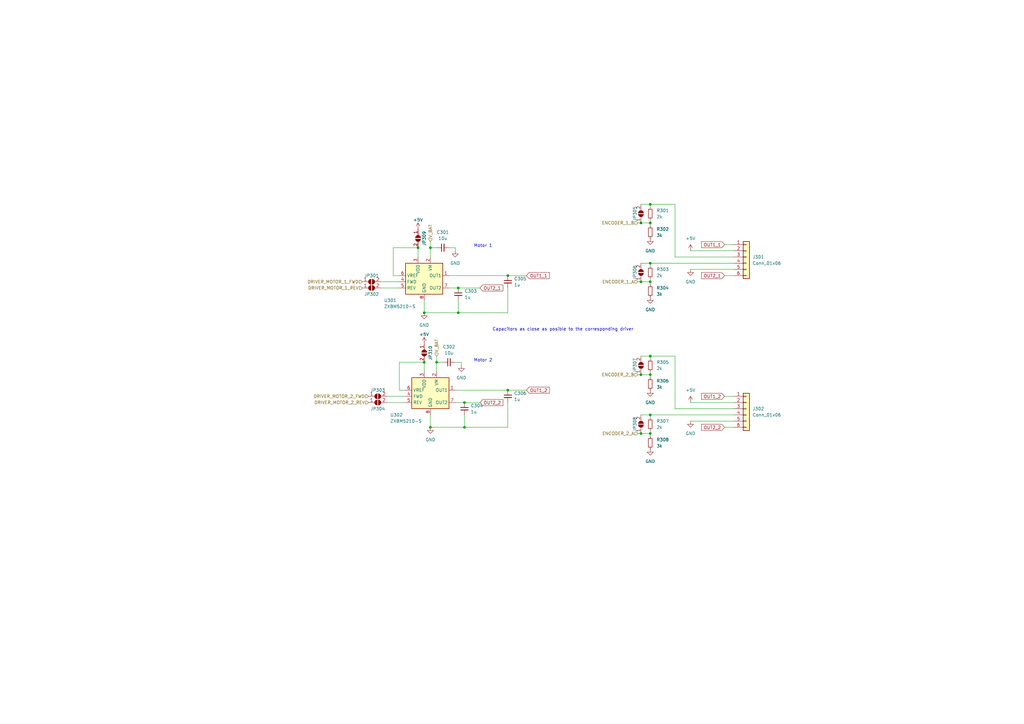
<source format=kicad_sch>
(kicad_sch (version 20211123) (generator eeschema)
  (paper "A3")
  (title_block (title "Projet Robot ESE") (date "2022-10-06") (rev "1.0") (company "ENSEA"))
  (lib_symbols
    (symbol "Connector_Generic:Conn_01x06" (pin_names (offset 1.016) hide)
      (property "Reference" "J" (at 0 7.62 0))
      (property "Value" "Conn_01x06" (at 0 -10.16 0))
      (symbol "Conn_01x06_1_1"
        (rectangle (start -1.27 -7.493) (end 0 -7.747) (stroke (width 0.1524)))
        (rectangle (start -1.27 -4.953) (end 0 -5.207) (stroke (width 0.1524)))
        (rectangle (start -1.27 -2.413) (end 0 -2.667) (stroke (width 0.1524)))
        (rectangle (start -1.27 0.127) (end 0 -0.127) (stroke (width 0.1524)))
        (rectangle (start -1.27 2.667) (end 0 2.413) (stroke (width 0.1524)))
        (rectangle (start -1.27 5.207) (end 0 4.953) (stroke (width 0.1524)))
        (rectangle (start -1.27 6.35) (end 1.27 -8.89) (stroke (width 0.254)) (fill (type background)))
        (pin passive line (at -5.08 5.08 0) (length 3.81) (name "Pin_1") (number "1"))
        (pin passive line (at -5.08 2.54 0) (length 3.81) (name "Pin_2") (number "2"))
        (pin passive line (at -5.08 0 0) (length 3.81) (name "Pin_3") (number "3"))
        (pin passive line (at -5.08 -2.54 0) (length 3.81) (name "Pin_4") (number "4"))
        (pin passive line (at -5.08 -5.08 0) (length 3.81) (name "Pin_5") (number "5"))
        (pin passive line (at -5.08 -7.62 0) (length 3.81) (name "Pin_6") (number "6"))
      )
    )
    (symbol "Device:C_Small" (pin_numbers hide) (pin_names (offset 0.254) hide)
      (property "Reference" "C" (at 0.254 1.778 0))
      (property "Value" "C_Small" (at 0.254 -2.032 0))
      (symbol "C_Small_0_1"
        (polyline (pts (xy -1.524 -0.508) (xy 1.524 -0.508)) (stroke (width 0.3302)))
        (polyline (pts (xy -1.524 0.508) (xy 1.524 0.508)) (stroke (width 0.3048)))
      )
      (symbol "C_Small_1_1"
        (pin passive line (at 0 2.54 270) (length 2.032) (name "~") (number "1"))
        (pin passive line (at 0 -2.54 90) (length 2.032) (name "~") (number "2"))
      )
    )
    (symbol "Device:R_Small" (pin_numbers hide) (pin_names (offset 0.254) hide)
      (property "Reference" "R" (at 0.762 0.508 0))
      (property "Value" "R_Small" (at 0.762 -1.016 0))
      (symbol "R_Small_0_1"
        (rectangle (start -0.762 1.778) (end 0.762 -1.778) (stroke (width 0.2032)))
      )
      (symbol "R_Small_1_1"
        (pin passive line (at 0 2.54 270) (length 0.762) (name "~") (number "1"))
        (pin passive line (at 0 -2.54 90) (length 0.762) (name "~") (number "2"))
      )
    )
    (symbol "Driver_Motor:ZXBM5210-S"
      (property "Reference" "U" (at -7.62 8.89 0))
      (property "Value" "ZXBM5210-S" (at 10.16 8.89 0))
      (symbol "ZXBM5210-S_0_0"
        (pin output line (at 10.16 2.54 180) (length 2.54) (name "OUT1") (number "1"))
        (pin power_in line (at 2.54 10.16 270) (length 2.54) (name "VM") (number "2"))
        (pin power_in line (at -2.54 10.16 270) (length 2.54) (name "VDD") (number "3"))
        (pin input line (at -10.16 0 0) (length 2.54) (name "FWD") (number "4"))
        (pin input line (at -10.16 -2.54 0) (length 2.54) (name "REV") (number "5"))
        (pin input line (at -10.16 2.54 0) (length 2.54) (name "VREF") (number "6"))
        (pin output line (at 10.16 -2.54 180) (length 2.54) (name "OUT2") (number "7"))
        (pin power_in line (at 0 -7.62 90) (length 2.54) (name "GND") (number "8"))
      )
      (symbol "ZXBM5210-S_0_1"
        (rectangle (start -7.62 7.62) (end 7.62 -5.08) (stroke (width 0.254)) (fill (type background)))
      )
    )
    (symbol "Jumper:SolderJumper_2_Open" (pin_names (offset 0) hide)
      (property "Reference" "JP" (at 0 2.032 0))
      (property "Value" "SolderJumper_2_Open" (at 0 -2.54 0))
      (symbol "SolderJumper_2_Open_0_1"
        (arc (start -0.254 1.016) (mid -1.27 0) (end -0.254 -1.016))
        (arc (start -0.254 1.016) (mid -1.27 0) (end -0.254 -1.016) (fill (type outline)))
        (polyline (pts (xy -0.254 1.016) (xy -0.254 -1.016)))
        (polyline (pts (xy 0.254 1.016) (xy 0.254 -1.016)))
        (arc (start 0.254 -1.016) (mid 1.27 0) (end 0.254 1.016))
        (arc (start 0.254 -1.016) (mid 1.27 0) (end 0.254 1.016) (fill (type outline)))
      )
      (symbol "SolderJumper_2_Open_1_1"
        (pin passive line (at -3.81 0 0) (length 2.54) (name "A") (number "1"))
        (pin passive line (at 3.81 0 180) (length 2.54) (name "B") (number "2"))
      )
    )
    (symbol "power:+5V" (power) (pin_names (offset 0))
      (property "Value" "+5V" (at 0 3.556 0))
      (symbol "+5V_0_1"
        (polyline (pts (xy -0.762 1.27) (xy 0 2.54)))
        (polyline (pts (xy 0 0) (xy 0 2.54)))
        (polyline (pts (xy 0 2.54) (xy 0.762 1.27)))
      )
      (symbol "+5V_1_1"
        (pin power_in line (at 0 0 90) (length 0) hide (name "+5V") (number "1"))
      )
    )
    (symbol "power:GND" (power) (pin_names (offset 0))
      (property "Value" "GND" (at 0 -3.81 0))
      (symbol "GND_0_1"
        (polyline (pts (xy 0 0) (xy 0 -1.27) (xy 1.27 -1.27) (xy 0 -2.54) (xy -1.27 -1.27) (xy 0 -1.27)))
      )
      (symbol "GND_1_1"
        (pin power_in line (at 0 0 270) (length 0) hide (name "GND") (number "1"))
      )
    )
  )
  (junction (at 187.96 128.27))
  (junction (at 190.5 175.26))
  (junction (at 173.99 148.59))
  (junction (at 266.7 115.57))
  (junction (at 176.53 175.26))
  (junction (at 262.89 115.57))
  (junction (at 187.96 118.11))
  (junction (at 176.53 101.6))
  (junction (at 190.5 165.1))
  (junction (at 262.89 91.44))
  (junction (at 173.99 128.27))
  (junction (at 179.07 148.59))
  (junction (at 266.7 153.67))
  (junction (at 262.89 177.8))
  (junction (at 262.89 153.67))
  (junction (at 266.7 177.8))
  (junction (at 266.7 83.82))
  (junction (at 266.7 170.18))
  (junction (at 266.7 107.95))
  (junction (at 266.7 146.05))
  (junction (at 208.28 160.02))
  (junction (at 266.7 91.44))
  (junction (at 171.45 101.6))
  (junction (at 208.28 113.03))
  (wire (pts (xy 283.21 172.72) (xy 300.99 172.72)))
  (wire (pts (xy 262.89 170.18) (xy 266.7 170.18)))
  (wire (pts (xy 158.75 165.1) (xy 166.37 165.1)))
  (wire (pts (xy 262.89 91.44) (xy 266.7 91.44)))
  (wire (pts (xy 297.18 162.56) (xy 300.99 162.56)))
  (wire (pts (xy 208.28 165.1) (xy 208.28 175.26)))
  (wire (pts (xy 276.86 146.05) (xy 276.86 167.64)))
  (wire (pts (xy 266.7 177.8) (xy 266.7 179.07)))
  (wire (pts (xy 156.21 118.11) (xy 163.83 118.11)))
  (wire (pts (xy 176.53 105.41) (xy 176.53 101.6)))
  (wire (pts (xy 283.21 165.1) (xy 300.99 165.1)))
  (wire (pts (xy 266.7 146.05) (xy 276.86 146.05)))
  (wire (pts (xy 297.18 175.26) (xy 300.99 175.26)))
  (wire (pts (xy 266.7 83.82) (xy 266.7 85.09)))
  (wire (pts (xy 189.23 148.59) (xy 189.23 149.86)))
  (wire (pts (xy 190.5 165.1) (xy 196.85 165.1)))
  (wire (pts (xy 161.29 101.6) (xy 171.45 101.6)))
  (wire (pts (xy 184.15 113.03) (xy 208.28 113.03)))
  (wire (pts (xy 266.7 170.18) (xy 266.7 171.45)))
  (wire (pts (xy 266.7 107.95) (xy 266.7 109.22)))
  (wire (pts (xy 187.96 123.19) (xy 187.96 128.27)))
  (wire (pts (xy 173.99 128.27) (xy 187.96 128.27)))
  (wire (pts (xy 300.99 105.41) (xy 276.86 105.41)))
  (wire (pts (xy 262.89 115.57) (xy 266.7 115.57)))
  (wire (pts (xy 187.96 128.27) (xy 208.28 128.27)))
  (wire (pts (xy 187.96 118.11) (xy 196.85 118.11)))
  (wire (pts (xy 179.07 146.05) (xy 179.07 148.59)))
  (wire (pts (xy 176.53 101.6) (xy 179.07 101.6)))
  (wire (pts (xy 176.53 175.26) (xy 190.5 175.26)))
  (wire (pts (xy 262.89 107.95) (xy 266.7 107.95)))
  (wire (pts (xy 186.69 160.02) (xy 208.28 160.02)))
  (wire (pts (xy 173.99 148.59) (xy 173.99 152.4)))
  (wire (pts (xy 190.5 175.26) (xy 208.28 175.26)))
  (wire (pts (xy 300.99 170.18) (xy 266.7 170.18)))
  (wire (pts (xy 261.62 153.67) (xy 262.89 153.67)))
  (wire (pts (xy 266.7 115.57) (xy 266.7 116.84)))
  (wire (pts (xy 266.7 153.67) (xy 266.7 154.94)))
  (wire (pts (xy 176.53 99.06) (xy 176.53 101.6)))
  (wire (pts (xy 266.7 147.32) (xy 266.7 146.05)))
  (wire (pts (xy 208.28 160.02) (xy 215.9 160.02)))
  (wire (pts (xy 266.7 176.53) (xy 266.7 177.8)))
  (wire (pts (xy 261.62 91.44) (xy 262.89 91.44)))
  (wire (pts (xy 171.45 101.6) (xy 171.45 105.41)))
  (wire (pts (xy 158.75 162.56) (xy 166.37 162.56)))
  (wire (pts (xy 163.83 160.02) (xy 163.83 148.59)))
  (wire (pts (xy 186.69 148.59) (xy 189.23 148.59)))
  (wire (pts (xy 300.99 167.64) (xy 276.86 167.64)))
  (wire (pts (xy 163.83 113.03) (xy 161.29 113.03)))
  (wire (pts (xy 173.99 123.19) (xy 173.99 128.27)))
  (wire (pts (xy 161.29 113.03) (xy 161.29 101.6)))
  (wire (pts (xy 166.37 160.02) (xy 163.83 160.02)))
  (wire (pts (xy 179.07 148.59) (xy 181.61 148.59)))
  (wire (pts (xy 176.53 170.18) (xy 176.53 175.26)))
  (wire (pts (xy 179.07 152.4) (xy 179.07 148.59)))
  (wire (pts (xy 266.7 91.44) (xy 266.7 92.71)))
  (wire (pts (xy 261.62 177.8) (xy 262.89 177.8)))
  (wire (pts (xy 208.28 113.03) (xy 215.9 113.03)))
  (wire (pts (xy 297.18 100.33) (xy 300.99 100.33)))
  (wire (pts (xy 283.21 110.49) (xy 300.99 110.49)))
  (wire (pts (xy 186.69 101.6) (xy 186.69 102.87)))
  (wire (pts (xy 262.89 153.67) (xy 266.7 153.67)))
  (wire (pts (xy 297.18 113.03) (xy 300.99 113.03)))
  (wire (pts (xy 276.86 83.82) (xy 266.7 83.82)))
  (wire (pts (xy 283.21 102.87) (xy 300.99 102.87)))
  (wire (pts (xy 208.28 118.11) (xy 208.28 128.27)))
  (wire (pts (xy 184.15 118.11) (xy 187.96 118.11)))
  (wire (pts (xy 266.7 90.17) (xy 266.7 91.44)))
  (wire (pts (xy 300.99 107.95) (xy 266.7 107.95)))
  (wire (pts (xy 184.15 101.6) (xy 186.69 101.6)))
  (wire (pts (xy 262.89 83.82) (xy 266.7 83.82)))
  (wire (pts (xy 266.7 146.05) (xy 262.89 146.05)))
  (wire (pts (xy 276.86 83.82) (xy 276.86 105.41)))
  (wire (pts (xy 163.83 148.59) (xy 173.99 148.59)))
  (wire (pts (xy 156.21 115.57) (xy 163.83 115.57)))
  (wire (pts (xy 186.69 165.1) (xy 190.5 165.1)))
  (wire (pts (xy 261.62 115.57) (xy 262.89 115.57)))
  (wire (pts (xy 262.89 177.8) (xy 266.7 177.8)))
  (wire (pts (xy 266.7 152.4) (xy 266.7 153.67)))
  (wire (pts (xy 266.7 114.3) (xy 266.7 115.57)))
  (wire (pts (xy 190.5 170.18) (xy 190.5 175.26)))
  (text "Capacitors as close as posible to the corresponding driver\n" (at 201.93 135.89 0) (effects (font (size 1.27 1.27)) (justify left bottom)))
  (text "Motor 2" (at 194.31 148.59 0) (effects (font (size 1.27 1.27)) (justify left bottom)))
  (text "Motor 1" (at 194.31 101.6 0) (effects (font (size 1.27 1.27)) (justify left bottom)))
  (global_label "OUT2_1" (shape input) (at 196.85 118.11 0) (property "Intersheet References" "${INTERSHEET_REFS}" (effects hide)))
  (global_label "OUT1_2" (shape input) (at 215.9 160.02 0) (property "Intersheet References" "${INTERSHEET_REFS}" (effects hide)))
  (global_label "OUT2_1" (shape input) (at 297.18 113.03 180) (property "Intersheet References" "${INTERSHEET_REFS}" (effects hide)))
  (global_label "OUT1_2" (shape input) (at 297.18 162.56 180) (property "Intersheet References" "${INTERSHEET_REFS}" (effects hide)))
  (global_label "OUT1_1" (shape input) (at 297.18 100.33 180) (property "Intersheet References" "${INTERSHEET_REFS}" (effects hide)))
  (global_label "OUT2_2" (shape input) (at 297.18 175.26 180) (property "Intersheet References" "${INTERSHEET_REFS}" (effects hide)))
  (global_label "OUT2_2" (shape input) (at 196.85 165.1 0) (property "Intersheet References" "${INTERSHEET_REFS}" (effects hide)))
  (global_label "OUT1_1" (shape input) (at 215.9 113.03 0) (property "Intersheet References" "${INTERSHEET_REFS}" (effects hide)))
  (hierarchical_label "ENCODER_1_B" (shape input) (at 261.62 91.44 180))
  (hierarchical_label "ENCODER_2_A" (shape input) (at 261.62 177.8 180))
  (hierarchical_label "DRIVER_MOTOR_1_REV" (shape input) (at 148.59 118.11 180))
  (hierarchical_label "DRIVER_MOTOR_2_FWD" (shape input) (at 151.13 162.56 180))
  (hierarchical_label "ENCODER_1_A" (shape input) (at 261.62 115.57 180))
  (hierarchical_label "DRIVER_MOTOR_1_FWD" (shape input) (at 148.59 115.57 180))
  (hierarchical_label "V_BAT" (shape input) (at 179.07 146.05 90))
  (hierarchical_label "ENCODER_2_B" (shape input) (at 261.62 153.67 180))
  (hierarchical_label "V_BAT" (shape input) (at 176.53 99.06 90))
  (hierarchical_label "DRIVER_MOTOR_2_REV" (shape input) (at 151.13 165.1 180))
  (symbol (lib_id "Device:C_Small") (at 187.96 120.65 0) (unit 1)
    (property "Reference" "C303" (at 190.5 119.38 0) (effects (justify left)))
    (property "Value" "1u" (at 190.5 121.92 0) (effects (justify left)))
    (property "Footprint" "Capacitor_SMD:C_0603_1608Metric_Pad1.08x0.95mm_HandSolder" (effects hide))
  )
  (symbol (lib_id "Jumper:SolderJumper_2_Open") (at 262.89 173.99 90) (unit 1)
    (property "Reference" "JP308" (at 260.35 173.99 0))
    (property "Value" "SolderJumper_2_Open" (effects hide))
    (property "Footprint" "Jumper:SolderJumper-2_P1.3mm_Open_TrianglePad1.0x1.5mm" (effects hide))
  )
  (symbol (lib_id "Device:R_Small") (at 266.7 173.99 0) (unit 1)
    (property "Reference" "R307" (at 269.24 172.7199 0) (effects (justify left)))
    (property "Value" "2k" (at 269.24 175.2599 0) (effects (justify left)))
    (property "Footprint" "Resistor_SMD:R_0603_1608Metric_Pad0.98x0.95mm_HandSolder" (effects hide))
  )
  (symbol (lib_id "Jumper:SolderJumper_2_Open") (at 173.99 144.78 270) (unit 1)
    (property "Reference" "JP310" (at 176.53 144.78 0))
    (property "Value" "SolderJumper_2_Open" (effects hide))
    (property "Footprint" "Jumper:SolderJumper-2_P1.3mm_Open_TrianglePad1.0x1.5mm" (effects hide))
  )
  (symbol (lib_id "Jumper:SolderJumper_2_Open") (at 262.89 111.76 90) (unit 1)
    (property "Reference" "JP306" (at 260.35 111.76 0))
    (property "Value" "SolderJumper_2_Open" (effects hide))
    (property "Footprint" "Jumper:SolderJumper-2_P1.3mm_Open_TrianglePad1.0x1.5mm" (effects hide))
  )
  (symbol (lib_id "Device:C_Small") (at 184.15 148.59 90) (unit 1)
    (property "Reference" "C302" (at 184.1563 142.24 90))
    (property "Value" "10u" (at 184.1563 144.78 90))
    (property "Footprint" "Capacitor_SMD:C_0603_1608Metric_Pad1.08x0.95mm_HandSolder" (effects hide))
  )
  (symbol (lib_id "Driver_Motor:ZXBM5210-S") (at 173.99 115.57 0) (unit 1)
    (property "Reference" "U301" (at 157.48 123.19 0) (effects (justify left)))
    (property "Value" "ZXBM5210-S" (at 157.48 125.73 0) (effects (justify left)))
    (property "Footprint" "Package_SO:SOIC-8_3.9x4.9mm_P1.27mm" (effects hide))
    (property "Datasheet" "https://www.diodes.com/assets/Datasheets/ZXBM5210.pdf" (effects hide))
  )
  (symbol (lib_id "power:GND") (at 189.23 149.86 0) (unit 1)
    (property "Reference" "#PWR0306" (effects hide))
    (property "Value" "GND" (at 189.23 154.94 0))
  )
  (symbol (lib_id "power:+5V") (at 173.99 140.97 0) (unit 1)
    (property "Reference" "#PWR0303" (effects hide))
    (property "Value" "+5V" (at 173.99 137.16 0))
  )
  (symbol (lib_id "power:GND") (at 283.21 110.49 0) (unit 1)
    (property "Reference" "#PWR0308" (effects hide))
    (property "Value" "GND" (at 283.21 115.57 0))
  )
  (symbol (lib_id "Jumper:SolderJumper_2_Open") (at 262.89 149.86 90) (unit 1)
    (property "Reference" "JP307" (at 260.35 149.86 0))
    (property "Value" "SolderJumper_2_Open" (effects hide))
    (property "Footprint" "Jumper:SolderJumper-2_P1.3mm_Open_TrianglePad1.0x1.5mm" (effects hide))
  )
  (symbol (lib_id "Jumper:SolderJumper_2_Open") (at 171.45 97.79 270) (unit 1)
    (property "Reference" "JP309" (at 173.99 97.79 0))
    (property "Value" "SolderJumper_2_Open" (effects hide))
    (property "Footprint" "Jumper:SolderJumper-2_P1.3mm_Open_TrianglePad1.0x1.5mm" (effects hide))
  )
  (symbol (lib_id "power:+5V") (at 283.21 165.1 0) (unit 1)
    (property "Reference" "#PWR0313" (effects hide))
    (property "Value" "+5V" (at 283.21 160.02 0))
  )
  (symbol (lib_id "Device:C_Small") (at 208.28 162.56 0) (unit 1)
    (property "Reference" "C306" (at 210.82 161.2962 0) (effects (justify left)))
    (property "Value" "1u" (at 210.82 163.8362 0) (effects (justify left)))
    (property "Footprint" "Capacitor_SMD:C_0603_1608Metric_Pad1.08x0.95mm_HandSolder" (effects hide))
  )
  (symbol (lib_id "Jumper:SolderJumper_2_Open") (at 262.89 87.63 90) (unit 1)
    (property "Reference" "JP305" (at 260.35 87.63 0))
    (property "Value" "SolderJumper_2_Open" (effects hide))
    (property "Footprint" "Jumper:SolderJumper-2_P1.3mm_Open_TrianglePad1.0x1.5mm" (effects hide))
  )
  (symbol (lib_id "Device:R_Small") (at 266.7 95.25 0) (unit 1)
    (property "Reference" "R302" (at 269.24 93.9799 0) (effects (justify left)))
    (property "Value" "3k" (at 269.24 96.5199 0) (effects (justify left)))
    (property "Footprint" "Resistor_SMD:R_0603_1608Metric_Pad0.98x0.95mm_HandSolder" (effects hide))
  )
  (symbol (lib_id "Device:R_Small") (at 266.7 111.76 0) (unit 1)
    (property "Reference" "R303" (at 269.24 110.4899 0) (effects (justify left)))
    (property "Value" "2k" (at 269.24 113.0299 0) (effects (justify left)))
    (property "Footprint" "Resistor_SMD:R_0603_1608Metric_Pad0.98x0.95mm_HandSolder" (effects hide))
  )
  (symbol (lib_id "power:GND") (at 266.7 160.02 0) (unit 1)
    (property "Reference" "#PWR0311" (effects hide))
    (property "Value" "GND" (at 266.7 165.1 0))
  )
  (symbol (lib_id "Device:R_Small") (at 266.7 181.61 0) (unit 1)
    (property "Reference" "R308" (at 269.24 180.3399 0) (effects (justify left)))
    (property "Value" "3k" (at 269.24 182.8799 0) (effects (justify left)))
    (property "Footprint" "Resistor_SMD:R_0603_1608Metric_Pad0.98x0.95mm_HandSolder" (effects hide))
  )
  (symbol (lib_id "Device:C_Small") (at 181.61 101.6 90) (unit 1)
    (property "Reference" "C301" (at 181.6163 95.25 90))
    (property "Value" "10u" (at 181.6163 97.79 90))
    (property "Footprint" "Capacitor_SMD:C_0603_1608Metric_Pad1.08x0.95mm_HandSolder" (effects hide))
  )
  (symbol (lib_id "Driver_Motor:ZXBM5210-S") (at 176.53 162.56 0) (unit 1)
    (property "Reference" "U302" (at 160.02 170.18 0) (effects (justify left)))
    (property "Value" "ZXBM5210-S" (at 160.02 172.72 0) (effects (justify left)))
    (property "Footprint" "Package_SO:SOIC-8_3.9x4.9mm_P1.27mm" (effects hide))
    (property "Datasheet" "https://www.diodes.com/assets/Datasheets/ZXBM5210.pdf" (effects hide))
  )
  (symbol (lib_id "Device:R_Small") (at 266.7 87.63 0) (unit 1)
    (property "Reference" "R301" (at 269.24 86.3599 0) (effects (justify left)))
    (property "Value" "2k" (at 269.24 88.8999 0) (effects (justify left)))
    (property "Footprint" "Resistor_SMD:R_0603_1608Metric_Pad0.98x0.95mm_HandSolder" (effects hide))
  )
  (symbol (lib_id "Jumper:SolderJumper_2_Open") (at 152.4 115.57 0) (unit 1)
    (property "Reference" "JP301" (at 152.4 113.03 0))
    (property "Value" "SolderJumper_2_Open" (effects hide))
    (property "Footprint" "Jumper:SolderJumper-2_P1.3mm_Open_TrianglePad1.0x1.5mm" (effects hide))
  )
  (symbol (lib_id "power:+5V") (at 283.21 102.87 0) (unit 1)
    (property "Reference" "#PWR0307" (effects hide))
    (property "Value" "+5V" (at 283.21 97.79 0))
  )
  (symbol (lib_id "power:GND") (at 266.7 97.79 0) (unit 1)
    (property "Reference" "#PWR0309" (effects hide))
    (property "Value" "GND" (at 266.7 102.87 0))
  )
  (symbol (lib_id "Device:C_Small") (at 208.28 115.57 0) (unit 1)
    (property "Reference" "C305" (at 210.82 114.3062 0) (effects (justify left)))
    (property "Value" "1u" (at 210.82 116.8462 0) (effects (justify left)))
    (property "Footprint" "Capacitor_SMD:C_0603_1608Metric_Pad1.08x0.95mm_HandSolder" (effects hide))
  )
  (symbol (lib_id "power:GND") (at 266.7 184.15 0) (unit 1)
    (property "Reference" "#PWR0312" (effects hide))
    (property "Value" "GND" (at 266.7 189.23 0))
  )
  (symbol (lib_id "Jumper:SolderJumper_2_Open") (at 152.4 118.11 0) (unit 1)
    (property "Reference" "JP302" (at 152.4 120.65 0))
    (property "Value" "SolderJumper_2_Open" (effects hide))
    (property "Footprint" "Jumper:SolderJumper-2_P1.3mm_Open_TrianglePad1.0x1.5mm" (effects hide))
  )
  (symbol (lib_id "power:GND") (at 283.21 172.72 0) (unit 1)
    (property "Reference" "#PWR0314" (effects hide))
    (property "Value" "GND" (at 283.21 177.8 0))
  )
  (symbol (lib_id "power:GND") (at 176.53 175.26 0) (unit 1)
    (property "Reference" "#PWR0304" (effects hide))
    (property "Value" "GND" (at 176.53 180.34 0))
  )
  (symbol (lib_id "power:GND") (at 266.7 121.92 0) (unit 1)
    (property "Reference" "#PWR0310" (effects hide))
    (property "Value" "GND" (at 266.7 127 0))
  )
  (symbol (lib_id "Connector_Generic:Conn_01x06") (at 306.07 105.41 0) (unit 1)
    (property "Reference" "J301" (at 308.61 105.4099 0) (effects (justify left)))
    (property "Value" "Conn_01x06" (at 308.61 107.9499 0) (effects (justify left)))
    (property "Footprint" "Connector_JST:JST_XH_B6B-XH-A_1x06_P2.50mm_Vertical" (effects hide))
  )
  (symbol (lib_id "Device:R_Small") (at 266.7 119.38 0) (unit 1)
    (property "Reference" "R304" (at 269.24 118.1099 0) (effects (justify left)))
    (property "Value" "3k" (at 269.24 120.6499 0) (effects (justify left)))
    (property "Footprint" "Resistor_SMD:R_0603_1608Metric_Pad0.98x0.95mm_HandSolder" (effects hide))
  )
  (symbol (lib_id "Connector_Generic:Conn_01x06") (at 306.07 167.64 0) (unit 1)
    (property "Reference" "J302" (at 308.61 167.6399 0) (effects (justify left)))
    (property "Value" "Conn_01x06" (at 308.61 170.1799 0) (effects (justify left)))
    (property "Footprint" "Connector_JST:JST_XH_B6B-XH-A_1x06_P2.50mm_Vertical" (effects hide))
  )
  (symbol (lib_id "power:GND") (at 186.69 102.87 0) (unit 1)
    (property "Reference" "#PWR0305" (effects hide))
    (property "Value" "GND" (at 186.69 107.95 0))
  )
  (symbol (lib_id "Jumper:SolderJumper_2_Open") (at 154.94 165.1 0) (unit 1)
    (property "Reference" "JP304" (at 154.94 167.64 0))
    (property "Value" "SolderJumper_2_Open" (effects hide))
    (property "Footprint" "Jumper:SolderJumper-2_P1.3mm_Open_TrianglePad1.0x1.5mm" (effects hide))
  )
  (symbol (lib_id "Device:R_Small") (at 266.7 157.48 0) (unit 1)
    (property "Reference" "R306" (at 269.24 156.2099 0) (effects (justify left)))
    (property "Value" "3k" (at 269.24 158.7499 0) (effects (justify left)))
    (property "Footprint" "Resistor_SMD:R_0603_1608Metric_Pad0.98x0.95mm_HandSolder" (effects hide))
  )
  (symbol (lib_id "Jumper:SolderJumper_2_Open") (at 154.94 162.56 0) (unit 1)
    (property "Reference" "JP303" (at 154.94 160.02 0))
    (property "Value" "SolderJumper_2_Open" (effects hide))
    (property "Footprint" "Jumper:SolderJumper-2_P1.3mm_Open_TrianglePad1.0x1.5mm" (effects hide))
  )
  (symbol (lib_id "power:GND") (at 173.99 128.27 0) (unit 1)
    (property "Reference" "#PWR0302" (effects hide))
    (property "Value" "GND" (at 173.99 133.35 0))
  )
  (symbol (lib_id "power:+5V") (at 171.45 93.98 0) (unit 1)
    (property "Reference" "#PWR0301" (effects hide))
    (property "Value" "+5V" (at 171.45 90.17 0))
  )
  (symbol (lib_id "Device:C_Small") (at 190.5 167.64 0) (unit 1)
    (property "Reference" "C304" (at 193.04 166.3762 0) (effects (justify left)))
    (property "Value" "1u" (at 193.04 168.9162 0) (effects (justify left)))
    (property "Footprint" "Capacitor_SMD:C_0603_1608Metric_Pad1.08x0.95mm_HandSolder" (effects hide))
  )
  (symbol (lib_id "Device:R_Small") (at 266.7 149.86 0) (unit 1)
    (property "Reference" "R305" (at 269.24 148.5899 0) (effects (justify left)))
    (property "Value" "2k" (at 269.24 151.1299 0) (effects (justify left)))
    (property "Footprint" "Resistor_SMD:R_0603_1608Metric_Pad0.98x0.95mm_HandSolder" (effects hide))
  )
)
</source>
